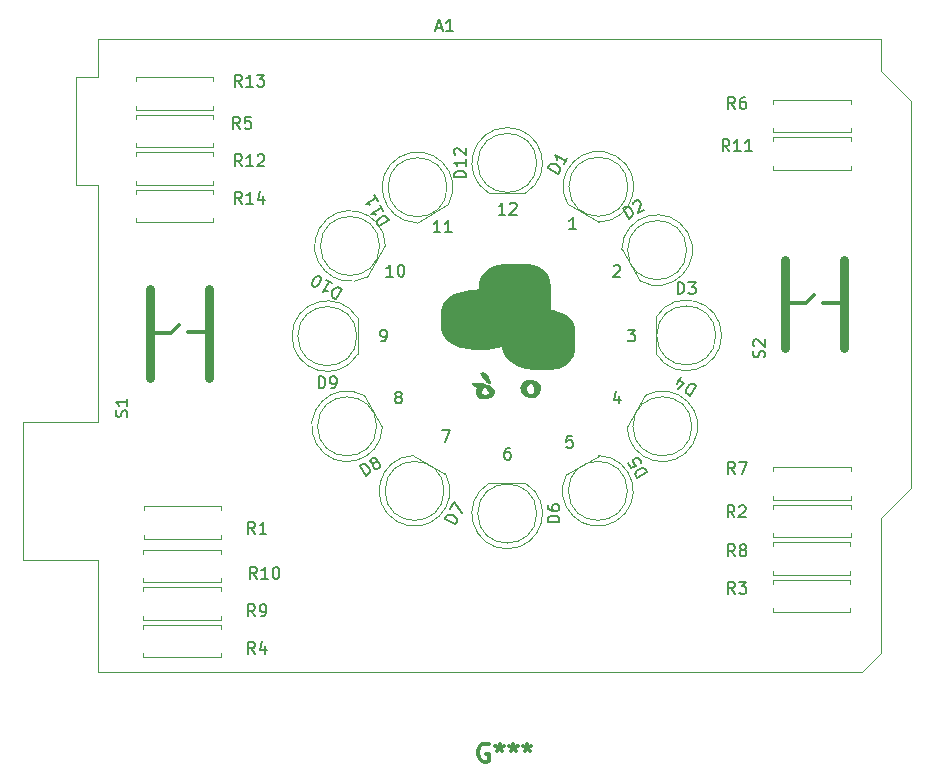
<source format=gbr>
%TF.GenerationSoftware,KiCad,Pcbnew,(6.0.7)*%
%TF.CreationDate,2022-08-22T17:27:46+09:00*%
%TF.ProjectId,LED_RL_SD,4c45445f-524c-45f5-9344-2e6b69636164,rev?*%
%TF.SameCoordinates,Original*%
%TF.FileFunction,Legend,Top*%
%TF.FilePolarity,Positive*%
%FSLAX46Y46*%
G04 Gerber Fmt 4.6, Leading zero omitted, Abs format (unit mm)*
G04 Created by KiCad (PCBNEW (6.0.7)) date 2022-08-22 17:27:46*
%MOMM*%
%LPD*%
G01*
G04 APERTURE LIST*
%ADD10C,0.150000*%
%ADD11C,0.300000*%
%ADD12C,0.750000*%
%ADD13C,0.120000*%
G04 APERTURE END LIST*
D10*
X152059523Y-53658868D02*
X151488095Y-53658868D01*
X151773809Y-53658868D02*
X151773809Y-52658868D01*
X151678571Y-52801726D01*
X151583333Y-52896964D01*
X151488095Y-52944583D01*
X153011904Y-53658868D02*
X152440476Y-53658868D01*
X152726190Y-53658868D02*
X152726190Y-52658868D01*
X152630952Y-52801726D01*
X152535714Y-52896964D01*
X152440476Y-52944583D01*
X148059523Y-57408868D02*
X147488095Y-57408868D01*
X147773809Y-57408868D02*
X147773809Y-56408868D01*
X147678571Y-56551726D01*
X147583333Y-56646964D01*
X147488095Y-56694583D01*
X148678571Y-56408868D02*
X148773809Y-56408868D01*
X148869047Y-56456488D01*
X148916666Y-56504107D01*
X148964285Y-56599345D01*
X149011904Y-56789821D01*
X149011904Y-57027916D01*
X148964285Y-57218392D01*
X148916666Y-57313630D01*
X148869047Y-57361249D01*
X148773809Y-57408868D01*
X148678571Y-57408868D01*
X148583333Y-57361249D01*
X148535714Y-57313630D01*
X148488095Y-57218392D01*
X148440476Y-57027916D01*
X148440476Y-56789821D01*
X148488095Y-56599345D01*
X148535714Y-56504107D01*
X148583333Y-56456488D01*
X148678571Y-56408868D01*
X147059523Y-62908868D02*
X147250000Y-62908868D01*
X147345238Y-62861249D01*
X147392857Y-62813630D01*
X147488095Y-62670773D01*
X147535714Y-62480297D01*
X147535714Y-62099345D01*
X147488095Y-62004107D01*
X147440476Y-61956488D01*
X147345238Y-61908868D01*
X147154761Y-61908868D01*
X147059523Y-61956488D01*
X147011904Y-62004107D01*
X146964285Y-62099345D01*
X146964285Y-62337440D01*
X147011904Y-62432678D01*
X147059523Y-62480297D01*
X147154761Y-62527916D01*
X147345238Y-62527916D01*
X147440476Y-62480297D01*
X147488095Y-62432678D01*
X147535714Y-62337440D01*
X148404761Y-67587440D02*
X148309523Y-67539821D01*
X148261904Y-67492202D01*
X148214285Y-67396964D01*
X148214285Y-67349345D01*
X148261904Y-67254107D01*
X148309523Y-67206488D01*
X148404761Y-67158868D01*
X148595238Y-67158868D01*
X148690476Y-67206488D01*
X148738095Y-67254107D01*
X148785714Y-67349345D01*
X148785714Y-67396964D01*
X148738095Y-67492202D01*
X148690476Y-67539821D01*
X148595238Y-67587440D01*
X148404761Y-67587440D01*
X148309523Y-67635059D01*
X148261904Y-67682678D01*
X148214285Y-67777916D01*
X148214285Y-67968392D01*
X148261904Y-68063630D01*
X148309523Y-68111249D01*
X148404761Y-68158868D01*
X148595238Y-68158868D01*
X148690476Y-68111249D01*
X148738095Y-68063630D01*
X148785714Y-67968392D01*
X148785714Y-67777916D01*
X148738095Y-67682678D01*
X148690476Y-67635059D01*
X148595238Y-67587440D01*
X152166666Y-70408868D02*
X152833333Y-70408868D01*
X152404761Y-71408868D01*
X157940476Y-71908868D02*
X157750000Y-71908868D01*
X157654761Y-71956488D01*
X157607142Y-72004107D01*
X157511904Y-72146964D01*
X157464285Y-72337440D01*
X157464285Y-72718392D01*
X157511904Y-72813630D01*
X157559523Y-72861249D01*
X157654761Y-72908868D01*
X157845238Y-72908868D01*
X157940476Y-72861249D01*
X157988095Y-72813630D01*
X158035714Y-72718392D01*
X158035714Y-72480297D01*
X157988095Y-72385059D01*
X157940476Y-72337440D01*
X157845238Y-72289821D01*
X157654761Y-72289821D01*
X157559523Y-72337440D01*
X157511904Y-72385059D01*
X157464285Y-72480297D01*
X163238095Y-70908868D02*
X162761904Y-70908868D01*
X162714285Y-71385059D01*
X162761904Y-71337440D01*
X162857142Y-71289821D01*
X163095238Y-71289821D01*
X163190476Y-71337440D01*
X163238095Y-71385059D01*
X163285714Y-71480297D01*
X163285714Y-71718392D01*
X163238095Y-71813630D01*
X163190476Y-71861249D01*
X163095238Y-71908868D01*
X162857142Y-71908868D01*
X162761904Y-71861249D01*
X162714285Y-71813630D01*
X167190476Y-67492202D02*
X167190476Y-68158868D01*
X166952380Y-67111249D02*
X166714285Y-67825535D01*
X167333333Y-67825535D01*
X167916666Y-61908868D02*
X168535714Y-61908868D01*
X168202380Y-62289821D01*
X168345238Y-62289821D01*
X168440476Y-62337440D01*
X168488095Y-62385059D01*
X168535714Y-62480297D01*
X168535714Y-62718392D01*
X168488095Y-62813630D01*
X168440476Y-62861249D01*
X168345238Y-62908868D01*
X168059523Y-62908868D01*
X167964285Y-62861249D01*
X167916666Y-62813630D01*
X166714285Y-56559107D02*
X166761904Y-56511488D01*
X166857142Y-56463868D01*
X167095238Y-56463868D01*
X167190476Y-56511488D01*
X167238095Y-56559107D01*
X167285714Y-56654345D01*
X167285714Y-56749583D01*
X167238095Y-56892440D01*
X166666666Y-57463868D01*
X167285714Y-57463868D01*
X163535714Y-53408868D02*
X162964285Y-53408868D01*
X163250000Y-53408868D02*
X163250000Y-52408868D01*
X163154761Y-52551726D01*
X163059523Y-52646964D01*
X162964285Y-52694583D01*
X157559523Y-52158868D02*
X156988095Y-52158868D01*
X157273809Y-52158868D02*
X157273809Y-51158868D01*
X157178571Y-51301726D01*
X157083333Y-51396964D01*
X156988095Y-51444583D01*
X157940476Y-51254107D02*
X157988095Y-51206488D01*
X158083333Y-51158868D01*
X158321428Y-51158868D01*
X158416666Y-51206488D01*
X158464285Y-51254107D01*
X158511904Y-51349345D01*
X158511904Y-51444583D01*
X158464285Y-51587440D01*
X157892857Y-52158868D01*
X158511904Y-52158868D01*
D11*
%TO.C,G\u002A\u002A\u002A*%
X156137428Y-97028000D02*
X155992285Y-96955428D01*
X155774571Y-96955428D01*
X155556857Y-97028000D01*
X155411714Y-97173142D01*
X155339142Y-97318285D01*
X155266571Y-97608571D01*
X155266571Y-97826285D01*
X155339142Y-98116571D01*
X155411714Y-98261714D01*
X155556857Y-98406857D01*
X155774571Y-98479428D01*
X155919714Y-98479428D01*
X156137428Y-98406857D01*
X156210000Y-98334285D01*
X156210000Y-97826285D01*
X155919714Y-97826285D01*
X157080857Y-96955428D02*
X157080857Y-97318285D01*
X156718000Y-97173142D02*
X157080857Y-97318285D01*
X157443714Y-97173142D01*
X156863142Y-97608571D02*
X157080857Y-97318285D01*
X157298571Y-97608571D01*
X158242000Y-96955428D02*
X158242000Y-97318285D01*
X157879142Y-97173142D02*
X158242000Y-97318285D01*
X158604857Y-97173142D01*
X158024285Y-97608571D02*
X158242000Y-97318285D01*
X158459714Y-97608571D01*
X159403142Y-96955428D02*
X159403142Y-97318285D01*
X159040285Y-97173142D02*
X159403142Y-97318285D01*
X159766000Y-97173142D01*
X159185428Y-97608571D02*
X159403142Y-97318285D01*
X159620857Y-97608571D01*
D10*
%TO.C,S2*%
X179474761Y-64261904D02*
X179522380Y-64119047D01*
X179522380Y-63880952D01*
X179474761Y-63785714D01*
X179427142Y-63738095D01*
X179331904Y-63690476D01*
X179236666Y-63690476D01*
X179141428Y-63738095D01*
X179093809Y-63785714D01*
X179046190Y-63880952D01*
X178998571Y-64071428D01*
X178950952Y-64166666D01*
X178903333Y-64214285D01*
X178808095Y-64261904D01*
X178712857Y-64261904D01*
X178617619Y-64214285D01*
X178570000Y-64166666D01*
X178522380Y-64071428D01*
X178522380Y-63833333D01*
X178570000Y-63690476D01*
X178617619Y-63309523D02*
X178570000Y-63261904D01*
X178522380Y-63166666D01*
X178522380Y-62928571D01*
X178570000Y-62833333D01*
X178617619Y-62785714D01*
X178712857Y-62738095D01*
X178808095Y-62738095D01*
X178950952Y-62785714D01*
X179522380Y-63357142D01*
X179522380Y-62738095D01*
%TO.C,S1*%
X125499761Y-69281904D02*
X125547380Y-69139047D01*
X125547380Y-68900952D01*
X125499761Y-68805714D01*
X125452142Y-68758095D01*
X125356904Y-68710476D01*
X125261666Y-68710476D01*
X125166428Y-68758095D01*
X125118809Y-68805714D01*
X125071190Y-68900952D01*
X125023571Y-69091428D01*
X124975952Y-69186666D01*
X124928333Y-69234285D01*
X124833095Y-69281904D01*
X124737857Y-69281904D01*
X124642619Y-69234285D01*
X124595000Y-69186666D01*
X124547380Y-69091428D01*
X124547380Y-68853333D01*
X124595000Y-68710476D01*
X125547380Y-67758095D02*
X125547380Y-68329523D01*
X125547380Y-68043809D02*
X124547380Y-68043809D01*
X124690238Y-68139047D01*
X124785476Y-68234285D01*
X124833095Y-68329523D01*
%TO.C,R14*%
X135247142Y-51252380D02*
X134913809Y-50776190D01*
X134675714Y-51252380D02*
X134675714Y-50252380D01*
X135056666Y-50252380D01*
X135151904Y-50300000D01*
X135199523Y-50347619D01*
X135247142Y-50442857D01*
X135247142Y-50585714D01*
X135199523Y-50680952D01*
X135151904Y-50728571D01*
X135056666Y-50776190D01*
X134675714Y-50776190D01*
X136199523Y-51252380D02*
X135628095Y-51252380D01*
X135913809Y-51252380D02*
X135913809Y-50252380D01*
X135818571Y-50395238D01*
X135723333Y-50490476D01*
X135628095Y-50538095D01*
X137056666Y-50585714D02*
X137056666Y-51252380D01*
X136818571Y-50204761D02*
X136580476Y-50919047D01*
X137199523Y-50919047D01*
%TO.C,R13*%
X135247142Y-41322380D02*
X134913809Y-40846190D01*
X134675714Y-41322380D02*
X134675714Y-40322380D01*
X135056666Y-40322380D01*
X135151904Y-40370000D01*
X135199523Y-40417619D01*
X135247142Y-40512857D01*
X135247142Y-40655714D01*
X135199523Y-40750952D01*
X135151904Y-40798571D01*
X135056666Y-40846190D01*
X134675714Y-40846190D01*
X136199523Y-41322380D02*
X135628095Y-41322380D01*
X135913809Y-41322380D02*
X135913809Y-40322380D01*
X135818571Y-40465238D01*
X135723333Y-40560476D01*
X135628095Y-40608095D01*
X136532857Y-40322380D02*
X137151904Y-40322380D01*
X136818571Y-40703333D01*
X136961428Y-40703333D01*
X137056666Y-40750952D01*
X137104285Y-40798571D01*
X137151904Y-40893809D01*
X137151904Y-41131904D01*
X137104285Y-41227142D01*
X137056666Y-41274761D01*
X136961428Y-41322380D01*
X136675714Y-41322380D01*
X136580476Y-41274761D01*
X136532857Y-41227142D01*
%TO.C,R12*%
X135247142Y-48077380D02*
X134913809Y-47601190D01*
X134675714Y-48077380D02*
X134675714Y-47077380D01*
X135056666Y-47077380D01*
X135151904Y-47125000D01*
X135199523Y-47172619D01*
X135247142Y-47267857D01*
X135247142Y-47410714D01*
X135199523Y-47505952D01*
X135151904Y-47553571D01*
X135056666Y-47601190D01*
X134675714Y-47601190D01*
X136199523Y-48077380D02*
X135628095Y-48077380D01*
X135913809Y-48077380D02*
X135913809Y-47077380D01*
X135818571Y-47220238D01*
X135723333Y-47315476D01*
X135628095Y-47363095D01*
X136580476Y-47172619D02*
X136628095Y-47125000D01*
X136723333Y-47077380D01*
X136961428Y-47077380D01*
X137056666Y-47125000D01*
X137104285Y-47172619D01*
X137151904Y-47267857D01*
X137151904Y-47363095D01*
X137104285Y-47505952D01*
X136532857Y-48077380D01*
X137151904Y-48077380D01*
%TO.C,R11*%
X176522142Y-46807380D02*
X176188809Y-46331190D01*
X175950714Y-46807380D02*
X175950714Y-45807380D01*
X176331666Y-45807380D01*
X176426904Y-45855000D01*
X176474523Y-45902619D01*
X176522142Y-45997857D01*
X176522142Y-46140714D01*
X176474523Y-46235952D01*
X176426904Y-46283571D01*
X176331666Y-46331190D01*
X175950714Y-46331190D01*
X177474523Y-46807380D02*
X176903095Y-46807380D01*
X177188809Y-46807380D02*
X177188809Y-45807380D01*
X177093571Y-45950238D01*
X176998333Y-46045476D01*
X176903095Y-46093095D01*
X178426904Y-46807380D02*
X177855476Y-46807380D01*
X178141190Y-46807380D02*
X178141190Y-45807380D01*
X178045952Y-45950238D01*
X177950714Y-46045476D01*
X177855476Y-46093095D01*
%TO.C,R10*%
X136517142Y-83002380D02*
X136183809Y-82526190D01*
X135945714Y-83002380D02*
X135945714Y-82002380D01*
X136326666Y-82002380D01*
X136421904Y-82050000D01*
X136469523Y-82097619D01*
X136517142Y-82192857D01*
X136517142Y-82335714D01*
X136469523Y-82430952D01*
X136421904Y-82478571D01*
X136326666Y-82526190D01*
X135945714Y-82526190D01*
X137469523Y-83002380D02*
X136898095Y-83002380D01*
X137183809Y-83002380D02*
X137183809Y-82002380D01*
X137088571Y-82145238D01*
X136993333Y-82240476D01*
X136898095Y-82288095D01*
X138088571Y-82002380D02*
X138183809Y-82002380D01*
X138279047Y-82050000D01*
X138326666Y-82097619D01*
X138374285Y-82192857D01*
X138421904Y-82383333D01*
X138421904Y-82621428D01*
X138374285Y-82811904D01*
X138326666Y-82907142D01*
X138279047Y-82954761D01*
X138183809Y-83002380D01*
X138088571Y-83002380D01*
X137993333Y-82954761D01*
X137945714Y-82907142D01*
X137898095Y-82811904D01*
X137850476Y-82621428D01*
X137850476Y-82383333D01*
X137898095Y-82192857D01*
X137945714Y-82097619D01*
X137993333Y-82050000D01*
X138088571Y-82002380D01*
%TO.C,R9*%
X136358333Y-86177380D02*
X136025000Y-85701190D01*
X135786904Y-86177380D02*
X135786904Y-85177380D01*
X136167857Y-85177380D01*
X136263095Y-85225000D01*
X136310714Y-85272619D01*
X136358333Y-85367857D01*
X136358333Y-85510714D01*
X136310714Y-85605952D01*
X136263095Y-85653571D01*
X136167857Y-85701190D01*
X135786904Y-85701190D01*
X136834523Y-86177380D02*
X137025000Y-86177380D01*
X137120238Y-86129761D01*
X137167857Y-86082142D01*
X137263095Y-85939285D01*
X137310714Y-85748809D01*
X137310714Y-85367857D01*
X137263095Y-85272619D01*
X137215476Y-85225000D01*
X137120238Y-85177380D01*
X136929761Y-85177380D01*
X136834523Y-85225000D01*
X136786904Y-85272619D01*
X136739285Y-85367857D01*
X136739285Y-85605952D01*
X136786904Y-85701190D01*
X136834523Y-85748809D01*
X136929761Y-85796428D01*
X137120238Y-85796428D01*
X137215476Y-85748809D01*
X137263095Y-85701190D01*
X137310714Y-85605952D01*
%TO.C,R8*%
X176998333Y-81097380D02*
X176665000Y-80621190D01*
X176426904Y-81097380D02*
X176426904Y-80097380D01*
X176807857Y-80097380D01*
X176903095Y-80145000D01*
X176950714Y-80192619D01*
X176998333Y-80287857D01*
X176998333Y-80430714D01*
X176950714Y-80525952D01*
X176903095Y-80573571D01*
X176807857Y-80621190D01*
X176426904Y-80621190D01*
X177569761Y-80525952D02*
X177474523Y-80478333D01*
X177426904Y-80430714D01*
X177379285Y-80335476D01*
X177379285Y-80287857D01*
X177426904Y-80192619D01*
X177474523Y-80145000D01*
X177569761Y-80097380D01*
X177760238Y-80097380D01*
X177855476Y-80145000D01*
X177903095Y-80192619D01*
X177950714Y-80287857D01*
X177950714Y-80335476D01*
X177903095Y-80430714D01*
X177855476Y-80478333D01*
X177760238Y-80525952D01*
X177569761Y-80525952D01*
X177474523Y-80573571D01*
X177426904Y-80621190D01*
X177379285Y-80716428D01*
X177379285Y-80906904D01*
X177426904Y-81002142D01*
X177474523Y-81049761D01*
X177569761Y-81097380D01*
X177760238Y-81097380D01*
X177855476Y-81049761D01*
X177903095Y-81002142D01*
X177950714Y-80906904D01*
X177950714Y-80716428D01*
X177903095Y-80621190D01*
X177855476Y-80573571D01*
X177760238Y-80525952D01*
%TO.C,R7*%
X176998333Y-74112380D02*
X176665000Y-73636190D01*
X176426904Y-74112380D02*
X176426904Y-73112380D01*
X176807857Y-73112380D01*
X176903095Y-73160000D01*
X176950714Y-73207619D01*
X176998333Y-73302857D01*
X176998333Y-73445714D01*
X176950714Y-73540952D01*
X176903095Y-73588571D01*
X176807857Y-73636190D01*
X176426904Y-73636190D01*
X177331666Y-73112380D02*
X177998333Y-73112380D01*
X177569761Y-74112380D01*
%TO.C,R6*%
X176998333Y-43227380D02*
X176665000Y-42751190D01*
X176426904Y-43227380D02*
X176426904Y-42227380D01*
X176807857Y-42227380D01*
X176903095Y-42275000D01*
X176950714Y-42322619D01*
X176998333Y-42417857D01*
X176998333Y-42560714D01*
X176950714Y-42655952D01*
X176903095Y-42703571D01*
X176807857Y-42751190D01*
X176426904Y-42751190D01*
X177855476Y-42227380D02*
X177665000Y-42227380D01*
X177569761Y-42275000D01*
X177522142Y-42322619D01*
X177426904Y-42465476D01*
X177379285Y-42655952D01*
X177379285Y-43036904D01*
X177426904Y-43132142D01*
X177474523Y-43179761D01*
X177569761Y-43227380D01*
X177760238Y-43227380D01*
X177855476Y-43179761D01*
X177903095Y-43132142D01*
X177950714Y-43036904D01*
X177950714Y-42798809D01*
X177903095Y-42703571D01*
X177855476Y-42655952D01*
X177760238Y-42608333D01*
X177569761Y-42608333D01*
X177474523Y-42655952D01*
X177426904Y-42703571D01*
X177379285Y-42798809D01*
%TO.C,R5*%
X135088333Y-44902380D02*
X134755000Y-44426190D01*
X134516904Y-44902380D02*
X134516904Y-43902380D01*
X134897857Y-43902380D01*
X134993095Y-43950000D01*
X135040714Y-43997619D01*
X135088333Y-44092857D01*
X135088333Y-44235714D01*
X135040714Y-44330952D01*
X134993095Y-44378571D01*
X134897857Y-44426190D01*
X134516904Y-44426190D01*
X135993095Y-43902380D02*
X135516904Y-43902380D01*
X135469285Y-44378571D01*
X135516904Y-44330952D01*
X135612142Y-44283333D01*
X135850238Y-44283333D01*
X135945476Y-44330952D01*
X135993095Y-44378571D01*
X136040714Y-44473809D01*
X136040714Y-44711904D01*
X135993095Y-44807142D01*
X135945476Y-44854761D01*
X135850238Y-44902380D01*
X135612142Y-44902380D01*
X135516904Y-44854761D01*
X135469285Y-44807142D01*
%TO.C,R4*%
X136358333Y-89352380D02*
X136025000Y-88876190D01*
X135786904Y-89352380D02*
X135786904Y-88352380D01*
X136167857Y-88352380D01*
X136263095Y-88400000D01*
X136310714Y-88447619D01*
X136358333Y-88542857D01*
X136358333Y-88685714D01*
X136310714Y-88780952D01*
X136263095Y-88828571D01*
X136167857Y-88876190D01*
X135786904Y-88876190D01*
X137215476Y-88685714D02*
X137215476Y-89352380D01*
X136977380Y-88304761D02*
X136739285Y-89019047D01*
X137358333Y-89019047D01*
%TO.C,R3*%
X176998333Y-84262380D02*
X176665000Y-83786190D01*
X176426904Y-84262380D02*
X176426904Y-83262380D01*
X176807857Y-83262380D01*
X176903095Y-83310000D01*
X176950714Y-83357619D01*
X176998333Y-83452857D01*
X176998333Y-83595714D01*
X176950714Y-83690952D01*
X176903095Y-83738571D01*
X176807857Y-83786190D01*
X176426904Y-83786190D01*
X177331666Y-83262380D02*
X177950714Y-83262380D01*
X177617380Y-83643333D01*
X177760238Y-83643333D01*
X177855476Y-83690952D01*
X177903095Y-83738571D01*
X177950714Y-83833809D01*
X177950714Y-84071904D01*
X177903095Y-84167142D01*
X177855476Y-84214761D01*
X177760238Y-84262380D01*
X177474523Y-84262380D01*
X177379285Y-84214761D01*
X177331666Y-84167142D01*
%TO.C,R2*%
X176953333Y-77792380D02*
X176620000Y-77316190D01*
X176381904Y-77792380D02*
X176381904Y-76792380D01*
X176762857Y-76792380D01*
X176858095Y-76840000D01*
X176905714Y-76887619D01*
X176953333Y-76982857D01*
X176953333Y-77125714D01*
X176905714Y-77220952D01*
X176858095Y-77268571D01*
X176762857Y-77316190D01*
X176381904Y-77316190D01*
X177334285Y-76887619D02*
X177381904Y-76840000D01*
X177477142Y-76792380D01*
X177715238Y-76792380D01*
X177810476Y-76840000D01*
X177858095Y-76887619D01*
X177905714Y-76982857D01*
X177905714Y-77078095D01*
X177858095Y-77220952D01*
X177286666Y-77792380D01*
X177905714Y-77792380D01*
%TO.C,R1*%
X136358333Y-79192380D02*
X136025000Y-78716190D01*
X135786904Y-79192380D02*
X135786904Y-78192380D01*
X136167857Y-78192380D01*
X136263095Y-78240000D01*
X136310714Y-78287619D01*
X136358333Y-78382857D01*
X136358333Y-78525714D01*
X136310714Y-78620952D01*
X136263095Y-78668571D01*
X136167857Y-78716190D01*
X135786904Y-78716190D01*
X137310714Y-79192380D02*
X136739285Y-79192380D01*
X137025000Y-79192380D02*
X137025000Y-78192380D01*
X136929761Y-78335238D01*
X136834523Y-78430476D01*
X136739285Y-78478095D01*
%TO.C,D12*%
X154202380Y-49005773D02*
X153202380Y-49005773D01*
X153202380Y-48767678D01*
X153250000Y-48624821D01*
X153345238Y-48529583D01*
X153440476Y-48481964D01*
X153630952Y-48434345D01*
X153773809Y-48434345D01*
X153964285Y-48481964D01*
X154059523Y-48529583D01*
X154154761Y-48624821D01*
X154202380Y-48767678D01*
X154202380Y-49005773D01*
X154202380Y-47481964D02*
X154202380Y-48053392D01*
X154202380Y-47767678D02*
X153202380Y-47767678D01*
X153345238Y-47862916D01*
X153440476Y-47958154D01*
X153488095Y-48053392D01*
X153297619Y-47101011D02*
X153250000Y-47053392D01*
X153202380Y-46958154D01*
X153202380Y-46720059D01*
X153250000Y-46624821D01*
X153297619Y-46577202D01*
X153392857Y-46529583D01*
X153488095Y-46529583D01*
X153630952Y-46577202D01*
X154202380Y-47148630D01*
X154202380Y-46529583D01*
%TO.C,D11*%
X147684455Y-52662047D02*
X146818429Y-53162047D01*
X146699382Y-52955851D01*
X146669192Y-52808323D01*
X146704052Y-52678226D01*
X146762721Y-52589367D01*
X146903869Y-52452890D01*
X147027587Y-52381461D01*
X147216353Y-52327463D01*
X147322642Y-52321083D01*
X147452739Y-52355942D01*
X147565407Y-52455851D01*
X147684455Y-52662047D01*
X146922550Y-51342390D02*
X147208264Y-51837261D01*
X147065407Y-51589825D02*
X146199382Y-52089825D01*
X146370719Y-52100875D01*
X146500816Y-52135735D01*
X146589675Y-52194404D01*
X146446360Y-50517603D02*
X146732074Y-51012475D01*
X146589217Y-50765039D02*
X145723191Y-51265039D01*
X145894528Y-51276089D01*
X146024626Y-51310949D01*
X146113484Y-51369618D01*
%TO.C,D10*%
X143697940Y-58466318D02*
X143197940Y-59332343D01*
X142991744Y-59213296D01*
X142891835Y-59100628D01*
X142856976Y-58970530D01*
X142863356Y-58864242D01*
X142917354Y-58675475D01*
X142988783Y-58551757D01*
X143125260Y-58410610D01*
X143214119Y-58351941D01*
X143344216Y-58317081D01*
X143491744Y-58347270D01*
X143697940Y-58466318D01*
X142378282Y-57704413D02*
X142873154Y-57990127D01*
X142625718Y-57847270D02*
X142125718Y-58713296D01*
X142279626Y-58637197D01*
X142409723Y-58602337D01*
X142516011Y-58608717D01*
X141342172Y-58260915D02*
X141259693Y-58213296D01*
X141201024Y-58124437D01*
X141183594Y-58059389D01*
X141189974Y-57953100D01*
X141243973Y-57764334D01*
X141363020Y-57558137D01*
X141499498Y-57416989D01*
X141588356Y-57358320D01*
X141653405Y-57340891D01*
X141759693Y-57347270D01*
X141842172Y-57394889D01*
X141900841Y-57483748D01*
X141918270Y-57548797D01*
X141911891Y-57655085D01*
X141857892Y-57843851D01*
X141738844Y-58050048D01*
X141602367Y-58191196D01*
X141513508Y-58249865D01*
X141448460Y-58267295D01*
X141342172Y-58260915D01*
%TO.C,D9*%
X141741904Y-66868868D02*
X141741904Y-65868868D01*
X141980000Y-65868868D01*
X142122857Y-65916488D01*
X142218095Y-66011726D01*
X142265714Y-66106964D01*
X142313333Y-66297440D01*
X142313333Y-66440297D01*
X142265714Y-66630773D01*
X142218095Y-66726011D01*
X142122857Y-66821249D01*
X141980000Y-66868868D01*
X141741904Y-66868868D01*
X142789523Y-66868868D02*
X142980000Y-66868868D01*
X143075238Y-66821249D01*
X143122857Y-66773630D01*
X143218095Y-66630773D01*
X143265714Y-66440297D01*
X143265714Y-66059345D01*
X143218095Y-65964107D01*
X143170476Y-65916488D01*
X143075238Y-65868868D01*
X142884761Y-65868868D01*
X142789523Y-65916488D01*
X142741904Y-65964107D01*
X142694285Y-66059345D01*
X142694285Y-66297440D01*
X142741904Y-66392678D01*
X142789523Y-66440297D01*
X142884761Y-66487916D01*
X143075238Y-66487916D01*
X143170476Y-66440297D01*
X143218095Y-66392678D01*
X143265714Y-66297440D01*
%TO.C,D8*%
X145717129Y-74281770D02*
X145217129Y-73415744D01*
X145423325Y-73296696D01*
X145570853Y-73266507D01*
X145700950Y-73301367D01*
X145789809Y-73360036D01*
X145926286Y-73501184D01*
X145997715Y-73624901D01*
X146051713Y-73813668D01*
X146058093Y-73919956D01*
X146023234Y-74050054D01*
X145923325Y-74162722D01*
X145717129Y-74281770D01*
X146421158Y-73215469D02*
X146314870Y-73221849D01*
X146249821Y-73204419D01*
X146160962Y-73145750D01*
X146137153Y-73104511D01*
X146130773Y-72998223D01*
X146148203Y-72933174D01*
X146206872Y-72844316D01*
X146371829Y-72749077D01*
X146478117Y-72742698D01*
X146543166Y-72760127D01*
X146632025Y-72818797D01*
X146655834Y-72860036D01*
X146662214Y-72966324D01*
X146644784Y-73031373D01*
X146586115Y-73120231D01*
X146421158Y-73215469D01*
X146362489Y-73304328D01*
X146345059Y-73369376D01*
X146351439Y-73475665D01*
X146446677Y-73640622D01*
X146535535Y-73699291D01*
X146600584Y-73716721D01*
X146706872Y-73710341D01*
X146871829Y-73615103D01*
X146930498Y-73526244D01*
X146947928Y-73461196D01*
X146941548Y-73354908D01*
X146846310Y-73189950D01*
X146757452Y-73131281D01*
X146692403Y-73113851D01*
X146586115Y-73120231D01*
%TO.C,D7*%
X153317186Y-78401739D02*
X152451161Y-77901739D01*
X152570208Y-77695543D01*
X152682876Y-77595634D01*
X152812974Y-77560775D01*
X152919262Y-77567154D01*
X153108029Y-77621153D01*
X153231747Y-77692582D01*
X153372895Y-77829059D01*
X153431564Y-77917918D01*
X153466423Y-78048015D01*
X153436234Y-78195543D01*
X153317186Y-78401739D01*
X152903542Y-77118192D02*
X153236875Y-76540842D01*
X153888615Y-77411996D01*
%TO.C,D6*%
X162122380Y-78214583D02*
X161122380Y-78214583D01*
X161122380Y-77976488D01*
X161170000Y-77833630D01*
X161265238Y-77738392D01*
X161360476Y-77690773D01*
X161550952Y-77643154D01*
X161693809Y-77643154D01*
X161884285Y-77690773D01*
X161979523Y-77738392D01*
X162074761Y-77833630D01*
X162122380Y-77976488D01*
X162122380Y-78214583D01*
X161122380Y-76786011D02*
X161122380Y-76976488D01*
X161170000Y-77071726D01*
X161217619Y-77119345D01*
X161360476Y-77214583D01*
X161550952Y-77262202D01*
X161931904Y-77262202D01*
X162027142Y-77214583D01*
X162074761Y-77166964D01*
X162122380Y-77071726D01*
X162122380Y-76881249D01*
X162074761Y-76786011D01*
X162027142Y-76738392D01*
X161931904Y-76690773D01*
X161693809Y-76690773D01*
X161598571Y-76738392D01*
X161550952Y-76786011D01*
X161503333Y-76881249D01*
X161503333Y-77071726D01*
X161550952Y-77166964D01*
X161598571Y-77214583D01*
X161693809Y-77262202D01*
%TO.C,D5*%
X169575282Y-73989358D02*
X168709256Y-74489358D01*
X168590208Y-74283162D01*
X168560019Y-74135634D01*
X168594879Y-74005537D01*
X168653548Y-73916678D01*
X168794696Y-73780201D01*
X168918413Y-73708772D01*
X169107180Y-73654774D01*
X169213468Y-73648394D01*
X169343566Y-73683253D01*
X169456234Y-73783162D01*
X169575282Y-73989358D01*
X167971161Y-73210940D02*
X168209256Y-73623333D01*
X168645459Y-73426477D01*
X168580410Y-73409047D01*
X168491552Y-73350378D01*
X168372504Y-73144182D01*
X168366124Y-73037893D01*
X168383554Y-72972845D01*
X168442223Y-72883986D01*
X168648420Y-72764939D01*
X168754708Y-72758559D01*
X168819756Y-72775989D01*
X168908615Y-72834658D01*
X169027662Y-73040854D01*
X169034042Y-73147142D01*
X169016612Y-73212191D01*
%TO.C,D4*%
X173695251Y-66639301D02*
X173195251Y-67505326D01*
X172989055Y-67386279D01*
X172889146Y-67273611D01*
X172854287Y-67143513D01*
X172860666Y-67037225D01*
X172914665Y-66848458D01*
X172986094Y-66724740D01*
X173122571Y-66583592D01*
X173211430Y-66524923D01*
X173341527Y-66490064D01*
X173489055Y-66520253D01*
X173695251Y-66639301D01*
X172124739Y-66502365D02*
X172458072Y-65925015D01*
X172140459Y-66951327D02*
X172703798Y-66451785D01*
X172167687Y-66142262D01*
%TO.C,D3*%
X172131904Y-58888868D02*
X172131904Y-57888868D01*
X172370000Y-57888868D01*
X172512857Y-57936488D01*
X172608095Y-58031726D01*
X172655714Y-58126964D01*
X172703333Y-58317440D01*
X172703333Y-58460297D01*
X172655714Y-58650773D01*
X172608095Y-58746011D01*
X172512857Y-58841249D01*
X172370000Y-58888868D01*
X172131904Y-58888868D01*
X173036666Y-57888868D02*
X173655714Y-57888868D01*
X173322380Y-58269821D01*
X173465238Y-58269821D01*
X173560476Y-58317440D01*
X173608095Y-58365059D01*
X173655714Y-58460297D01*
X173655714Y-58698392D01*
X173608095Y-58793630D01*
X173560476Y-58841249D01*
X173465238Y-58888868D01*
X173179523Y-58888868D01*
X173084285Y-58841249D01*
X173036666Y-58793630D01*
%TO.C,D2*%
X168006833Y-52502848D02*
X167506833Y-51636822D01*
X167713029Y-51517774D01*
X167860557Y-51487585D01*
X167990654Y-51522445D01*
X168079513Y-51581114D01*
X168215990Y-51722262D01*
X168287419Y-51845979D01*
X168341417Y-52034746D01*
X168347797Y-52141034D01*
X168312938Y-52271132D01*
X168213029Y-52383800D01*
X168006833Y-52502848D01*
X168379238Y-51243110D02*
X168396668Y-51178061D01*
X168455337Y-51089203D01*
X168661533Y-50970155D01*
X168767821Y-50963776D01*
X168832870Y-50981205D01*
X168921729Y-51039875D01*
X168969348Y-51122353D01*
X168999537Y-51269881D01*
X168790380Y-52050467D01*
X169326491Y-51740943D01*
%TO.C,D1*%
X162028264Y-48692035D02*
X161162239Y-48192035D01*
X161281286Y-47985839D01*
X161393954Y-47885930D01*
X161524052Y-47851071D01*
X161630340Y-47857450D01*
X161819107Y-47911449D01*
X161942825Y-47982878D01*
X162083973Y-48119355D01*
X162142642Y-48208214D01*
X162177501Y-48338311D01*
X162147312Y-48485839D01*
X162028264Y-48692035D01*
X162790169Y-47372377D02*
X162504455Y-47867249D01*
X162647312Y-47619813D02*
X161781286Y-47119813D01*
X161857385Y-47273720D01*
X161892245Y-47403818D01*
X161885865Y-47510106D01*
%TO.C,A1*%
X151685714Y-36361666D02*
X152161904Y-36361666D01*
X151590476Y-36647380D02*
X151923809Y-35647380D01*
X152257142Y-36647380D01*
X153114285Y-36647380D02*
X152542857Y-36647380D01*
X152828571Y-36647380D02*
X152828571Y-35647380D01*
X152733333Y-35790238D01*
X152638095Y-35885476D01*
X152542857Y-35933095D01*
%TO.C,G\u002A\u002A\u002A*%
G36*
X158933789Y-66520611D02*
G01*
X159150685Y-66288299D01*
X159438931Y-66158279D01*
X159814376Y-66129817D01*
X160136393Y-66224200D01*
X160385702Y-66413119D01*
X160543021Y-66668264D01*
X160589069Y-66961324D01*
X160504563Y-67263989D01*
X160341179Y-67483000D01*
X160033729Y-67684020D01*
X159677677Y-67723965D01*
X159278364Y-67602269D01*
X159266422Y-67596436D01*
X158993798Y-67384135D01*
X158850629Y-67107850D01*
X158844853Y-67013538D01*
X159403333Y-67013538D01*
X159465114Y-67214249D01*
X159613726Y-67317167D01*
X159794076Y-67316863D01*
X159951066Y-67207905D01*
X160015121Y-67073844D01*
X160019114Y-66825444D01*
X159915240Y-66632411D01*
X159732922Y-66545964D01*
X159711453Y-66545154D01*
X159522503Y-66603026D01*
X159423986Y-66786931D01*
X159403333Y-67013538D01*
X158844853Y-67013538D01*
X158832198Y-66806902D01*
X158933789Y-66520611D01*
G37*
G36*
X155847143Y-65557186D02*
G01*
X155986099Y-65666560D01*
X156139377Y-65895198D01*
X156140097Y-65896426D01*
X156266049Y-66138138D01*
X156343539Y-66338462D01*
X156355333Y-66404426D01*
X156298835Y-66524157D01*
X156157896Y-66527904D01*
X156006825Y-66439321D01*
X155901339Y-66321488D01*
X155756001Y-66125691D01*
X155605238Y-65903086D01*
X155483478Y-65704828D01*
X155425150Y-65582075D01*
X155424000Y-65573303D01*
X155497629Y-65542111D01*
X155674430Y-65529154D01*
X155847143Y-65557186D01*
G37*
G36*
X155066361Y-67018649D02*
G01*
X155114968Y-66864697D01*
X155045878Y-66790999D01*
X154952951Y-66763036D01*
X154781207Y-66657249D01*
X154746666Y-66533678D01*
X154757524Y-66440887D01*
X154814799Y-66393658D01*
X154955540Y-66384339D01*
X155216799Y-66405284D01*
X155318166Y-66415694D01*
X155619321Y-66456687D01*
X155854303Y-66506294D01*
X155970100Y-66552557D01*
X156120975Y-66622235D01*
X156188174Y-66629821D01*
X156370394Y-66701701D01*
X156546930Y-66877756D01*
X156668234Y-67098609D01*
X156694000Y-67235989D01*
X156632595Y-67456663D01*
X156525524Y-67602711D01*
X156316133Y-67709701D01*
X156012151Y-67775043D01*
X155684929Y-67790814D01*
X155405820Y-67749086D01*
X155359811Y-67732197D01*
X155141947Y-67560047D01*
X155032376Y-67309323D01*
X155032492Y-67308039D01*
X155561465Y-67308039D01*
X155643521Y-67374205D01*
X155645711Y-67375434D01*
X155844299Y-67419947D01*
X156048032Y-67378138D01*
X156150488Y-67296117D01*
X156135857Y-67184577D01*
X156036794Y-67017308D01*
X156029462Y-67007857D01*
X155861920Y-66794862D01*
X155683312Y-67045693D01*
X155572696Y-67216360D01*
X155561465Y-67308039D01*
X155032492Y-67308039D01*
X155056542Y-67041894D01*
X155066361Y-67018649D01*
G37*
G36*
X159006366Y-56343776D02*
G01*
X159363646Y-56350376D01*
X159624816Y-56368218D01*
X159826487Y-56402902D01*
X160005271Y-56460029D01*
X160197779Y-56545196D01*
X160361289Y-56624979D01*
X160685728Y-56799929D01*
X160942522Y-56983625D01*
X161138151Y-57196874D01*
X161279097Y-57460482D01*
X161371839Y-57795258D01*
X161422860Y-58222006D01*
X161438639Y-58761535D01*
X161425657Y-59434651D01*
X161404007Y-59972686D01*
X161411745Y-60117095D01*
X161477935Y-60207608D01*
X161642293Y-60277036D01*
X161837442Y-60330770D01*
X162311239Y-60484126D01*
X162718341Y-60674984D01*
X163013117Y-60881013D01*
X163061937Y-60930077D01*
X163270759Y-61256100D01*
X163418066Y-61674202D01*
X163478332Y-62110996D01*
X163478571Y-62127876D01*
X163483282Y-62698367D01*
X163484250Y-63126931D01*
X163478940Y-63440971D01*
X163464816Y-63667889D01*
X163439341Y-63835088D01*
X163399981Y-63969969D01*
X163344198Y-64099936D01*
X163284850Y-64221198D01*
X162988107Y-64640376D01*
X162567518Y-64980259D01*
X162060402Y-65213513D01*
X161855877Y-65267843D01*
X161469950Y-65321626D01*
X160981829Y-65348191D01*
X160448903Y-65348476D01*
X159928560Y-65323419D01*
X159478192Y-65273959D01*
X159234000Y-65224975D01*
X158548563Y-64984659D01*
X158012301Y-64666708D01*
X157622992Y-64269337D01*
X157378416Y-63790762D01*
X157354950Y-63714924D01*
X157291126Y-63497865D01*
X157248901Y-63364631D01*
X157242272Y-63348083D01*
X157163009Y-63362342D01*
X156977219Y-63423481D01*
X156855373Y-63468549D01*
X156507829Y-63555684D01*
X156041139Y-63609241D01*
X155502029Y-63629682D01*
X154937231Y-63617472D01*
X154393472Y-63573077D01*
X153917481Y-63496960D01*
X153686375Y-63437052D01*
X153190336Y-63231552D01*
X152757544Y-62957777D01*
X152424747Y-62643283D01*
X152244170Y-62355654D01*
X152127818Y-61950082D01*
X152068285Y-61461069D01*
X152062853Y-60934288D01*
X152108806Y-60415413D01*
X152203426Y-59950114D01*
X152343997Y-59584065D01*
X152415739Y-59471363D01*
X152759721Y-59148813D01*
X153245393Y-58885389D01*
X153853059Y-58688939D01*
X154563025Y-58567310D01*
X154722646Y-58552061D01*
X155040748Y-58516688D01*
X155225466Y-58457654D01*
X155312684Y-58346623D01*
X155338287Y-58155262D01*
X155339333Y-58065120D01*
X155411713Y-57615945D01*
X155635070Y-57219419D01*
X155946470Y-56913864D01*
X156244453Y-56706965D01*
X156570095Y-56553631D01*
X156953144Y-56447249D01*
X157423348Y-56381211D01*
X158010458Y-56348905D01*
X158516363Y-56342821D01*
X159006366Y-56343776D01*
G37*
D11*
%TO.C,S2*%
X183002600Y-59675400D02*
X183663000Y-59015000D01*
X181300800Y-59675400D02*
X183002600Y-59675400D01*
D12*
X186250000Y-63500000D02*
X186250000Y-56000000D01*
D11*
X186152200Y-59650000D02*
X184475800Y-59650000D01*
D12*
X181250000Y-63500000D02*
X181250000Y-56000000D01*
D11*
%TO.C,S1*%
X129252600Y-62155400D02*
X129913000Y-61495000D01*
X127550800Y-62155400D02*
X129252600Y-62155400D01*
D12*
X132500000Y-65980000D02*
X132500000Y-58480000D01*
D11*
X132402200Y-62130000D02*
X130725800Y-62130000D01*
D12*
X127500000Y-65980000D02*
X127500000Y-58480000D01*
D13*
%TO.C,R14*%
X132810000Y-52805000D02*
X132810000Y-52475000D01*
X126270000Y-50065000D02*
X132810000Y-50065000D01*
X126270000Y-52805000D02*
X132810000Y-52805000D01*
X126270000Y-52475000D02*
X126270000Y-52805000D01*
X126270000Y-50395000D02*
X126270000Y-50065000D01*
X132810000Y-50065000D02*
X132810000Y-50395000D01*
%TO.C,R13*%
X132810000Y-43280000D02*
X132810000Y-42950000D01*
X126270000Y-40540000D02*
X132810000Y-40540000D01*
X126270000Y-43280000D02*
X132810000Y-43280000D01*
X126270000Y-42950000D02*
X126270000Y-43280000D01*
X126270000Y-40870000D02*
X126270000Y-40540000D01*
X132810000Y-40540000D02*
X132810000Y-40870000D01*
%TO.C,R12*%
X132810000Y-49630000D02*
X132810000Y-49300000D01*
X126270000Y-46890000D02*
X132810000Y-46890000D01*
X126270000Y-49630000D02*
X132810000Y-49630000D01*
X126270000Y-49300000D02*
X126270000Y-49630000D01*
X126270000Y-47220000D02*
X126270000Y-46890000D01*
X132810000Y-46890000D02*
X132810000Y-47220000D01*
%TO.C,R11*%
X186785000Y-48360000D02*
X186785000Y-48030000D01*
X180245000Y-45620000D02*
X186785000Y-45620000D01*
X180245000Y-48360000D02*
X186785000Y-48360000D01*
X180245000Y-48030000D02*
X180245000Y-48360000D01*
X180245000Y-45950000D02*
X180245000Y-45620000D01*
X186785000Y-45620000D02*
X186785000Y-45950000D01*
%TO.C,R10*%
X133445000Y-83285000D02*
X133445000Y-82955000D01*
X126905000Y-80545000D02*
X133445000Y-80545000D01*
X126905000Y-83285000D02*
X133445000Y-83285000D01*
X126905000Y-82955000D02*
X126905000Y-83285000D01*
X126905000Y-80875000D02*
X126905000Y-80545000D01*
X133445000Y-80545000D02*
X133445000Y-80875000D01*
%TO.C,R9*%
X133445000Y-86460000D02*
X133445000Y-86130000D01*
X126905000Y-83720000D02*
X133445000Y-83720000D01*
X126905000Y-86460000D02*
X133445000Y-86460000D01*
X126905000Y-86130000D02*
X126905000Y-86460000D01*
X126905000Y-84050000D02*
X126905000Y-83720000D01*
X133445000Y-83720000D02*
X133445000Y-84050000D01*
%TO.C,R8*%
X186770000Y-82650000D02*
X186770000Y-82320000D01*
X180230000Y-79910000D02*
X186770000Y-79910000D01*
X180230000Y-82650000D02*
X186770000Y-82650000D01*
X180230000Y-82320000D02*
X180230000Y-82650000D01*
X180230000Y-80240000D02*
X180230000Y-79910000D01*
X186770000Y-79910000D02*
X186770000Y-80240000D01*
%TO.C,R7*%
X186785000Y-76300000D02*
X186785000Y-75970000D01*
X180245000Y-73560000D02*
X186785000Y-73560000D01*
X180245000Y-76300000D02*
X186785000Y-76300000D01*
X180245000Y-75970000D02*
X180245000Y-76300000D01*
X180245000Y-73890000D02*
X180245000Y-73560000D01*
X186785000Y-73560000D02*
X186785000Y-73890000D01*
%TO.C,R6*%
X186785000Y-42445000D02*
X186785000Y-42775000D01*
X180245000Y-42775000D02*
X180245000Y-42445000D01*
X180245000Y-44855000D02*
X180245000Y-45185000D01*
X180245000Y-45185000D02*
X186785000Y-45185000D01*
X180245000Y-42445000D02*
X186785000Y-42445000D01*
X186785000Y-45185000D02*
X186785000Y-44855000D01*
%TO.C,R5*%
X132810000Y-46455000D02*
X132810000Y-46125000D01*
X126270000Y-43715000D02*
X132810000Y-43715000D01*
X126270000Y-46455000D02*
X132810000Y-46455000D01*
X126270000Y-46125000D02*
X126270000Y-46455000D01*
X126270000Y-44045000D02*
X126270000Y-43715000D01*
X132810000Y-43715000D02*
X132810000Y-44045000D01*
%TO.C,R4*%
X133445000Y-89635000D02*
X133445000Y-89305000D01*
X126905000Y-86895000D02*
X133445000Y-86895000D01*
X126905000Y-89635000D02*
X133445000Y-89635000D01*
X126905000Y-89305000D02*
X126905000Y-89635000D01*
X126905000Y-87225000D02*
X126905000Y-86895000D01*
X133445000Y-86895000D02*
X133445000Y-87225000D01*
%TO.C,R3*%
X186770000Y-85825000D02*
X186770000Y-85495000D01*
X180230000Y-83085000D02*
X186770000Y-83085000D01*
X180230000Y-85825000D02*
X186770000Y-85825000D01*
X180230000Y-85495000D02*
X180230000Y-85825000D01*
X180230000Y-83415000D02*
X180230000Y-83085000D01*
X186770000Y-83085000D02*
X186770000Y-83415000D01*
%TO.C,R2*%
X186785000Y-76735000D02*
X186785000Y-77065000D01*
X180245000Y-77065000D02*
X180245000Y-76735000D01*
X180245000Y-79145000D02*
X180245000Y-79475000D01*
X180245000Y-79475000D02*
X186785000Y-79475000D01*
X180245000Y-76735000D02*
X186785000Y-76735000D01*
X186785000Y-79475000D02*
X186785000Y-79145000D01*
%TO.C,R1*%
X133520000Y-79605000D02*
X133520000Y-79275000D01*
X126980000Y-76865000D02*
X133520000Y-76865000D01*
X126980000Y-79605000D02*
X133520000Y-79605000D01*
X126980000Y-79275000D02*
X126980000Y-79605000D01*
X126980000Y-77195000D02*
X126980000Y-76865000D01*
X133520000Y-76865000D02*
X133520000Y-77195000D01*
%TO.C,D12*%
X156165000Y-50351488D02*
X159255000Y-50351488D01*
X159254830Y-50351488D02*
G75*
G03*
X157709538Y-44801488I-1544830J2560000D01*
G01*
X157710462Y-44801488D02*
G75*
G03*
X156165170Y-50351488I-462J-2990000D01*
G01*
X160210000Y-47791488D02*
G75*
G03*
X160210000Y-47791488I-2500000J0D01*
G01*
%TO.C,D11*%
X150056991Y-52846161D02*
X152733009Y-51301161D01*
X152732862Y-51301246D02*
G75*
G03*
X148619600Y-47267451I-2617862J1444610D01*
G01*
X148620400Y-47266989D02*
G75*
G03*
X150057138Y-52846076I1494600J-2589647D01*
G01*
X152615000Y-49856636D02*
G75*
G03*
X152615000Y-49856636I-2500000J0D01*
G01*
%TO.C,D10*%
X145844673Y-57439497D02*
X147389673Y-54763479D01*
X147389588Y-54763626D02*
G75*
G03*
X141810501Y-53326888I-2989440J-57862D01*
G01*
X141810963Y-53326088D02*
G75*
G03*
X145844758Y-57439350I2589185J-1495400D01*
G01*
X146900148Y-54821488D02*
G75*
G03*
X146900148Y-54821488I-2500000J0D01*
G01*
%TO.C,D9*%
X145040000Y-64001488D02*
X145040000Y-60911488D01*
X145040000Y-60911658D02*
G75*
G03*
X139490000Y-62456950I-2560000J-1544830D01*
G01*
X139490000Y-62456026D02*
G75*
G03*
X145040000Y-64001318I2990000J-462D01*
G01*
X144980000Y-62456488D02*
G75*
G03*
X144980000Y-62456488I-2500000J0D01*
G01*
%TO.C,D8*%
X147139673Y-70149497D02*
X145594673Y-67473479D01*
X145594758Y-67473626D02*
G75*
G03*
X141560963Y-71586888I-1444610J-2617862D01*
G01*
X141560501Y-71586088D02*
G75*
G03*
X147139588Y-70149350I2589647J1494600D01*
G01*
X146650148Y-70091488D02*
G75*
G03*
X146650148Y-70091488I-2500000J0D01*
G01*
%TO.C,D7*%
X152483009Y-74111815D02*
X149806991Y-72566815D01*
X149807138Y-72566900D02*
G75*
G03*
X148370400Y-78145987I57862J-2989440D01*
G01*
X148369600Y-78145525D02*
G75*
G03*
X152482862Y-74111730I1495400J2589185D01*
G01*
X152365000Y-75556340D02*
G75*
G03*
X152365000Y-75556340I-2500000J0D01*
G01*
%TO.C,D6*%
X159255000Y-74916488D02*
X156165000Y-74916488D01*
X156165170Y-74916488D02*
G75*
G03*
X157710462Y-80466488I1544830J-2560000D01*
G01*
X157709538Y-80466488D02*
G75*
G03*
X159254830Y-74916488I462J2990000D01*
G01*
X160210000Y-77476488D02*
G75*
G03*
X160210000Y-77476488I-2500000J0D01*
G01*
%TO.C,D5*%
X165443009Y-72566815D02*
X162766991Y-74111815D01*
X162767138Y-74111730D02*
G75*
G03*
X166880400Y-78145525I2617862J-1444610D01*
G01*
X166879600Y-78145987D02*
G75*
G03*
X165442862Y-72566900I-1494600J2589647D01*
G01*
X167885000Y-75556340D02*
G75*
G03*
X167885000Y-75556340I-2500000J0D01*
G01*
%TO.C,D4*%
X169405327Y-67473479D02*
X167860327Y-70149497D01*
X167860412Y-70149350D02*
G75*
G03*
X173439499Y-71586088I2989440J57862D01*
G01*
X173439037Y-71586888D02*
G75*
G03*
X169405242Y-67473626I-2589185J1495400D01*
G01*
X173349852Y-70091488D02*
G75*
G03*
X173349852Y-70091488I-2500000J0D01*
G01*
%TO.C,D3*%
X170310000Y-60851488D02*
X170310000Y-63941488D01*
X170310000Y-63941318D02*
G75*
G03*
X175860000Y-62396026I2560000J1544830D01*
G01*
X175860000Y-62396950D02*
G75*
G03*
X170310000Y-60851658I-2990000J462D01*
G01*
X175370000Y-62396488D02*
G75*
G03*
X175370000Y-62396488I-2500000J0D01*
G01*
%TO.C,D2*%
X167410327Y-55113479D02*
X168955327Y-57789497D01*
X168955242Y-57789350D02*
G75*
G03*
X172989037Y-53676088I1444610J2617862D01*
G01*
X172989499Y-53676888D02*
G75*
G03*
X167410412Y-55113626I-2589647J-1494600D01*
G01*
X172899852Y-55171488D02*
G75*
G03*
X172899852Y-55171488I-2500000J0D01*
G01*
%TO.C,D1*%
X167935000Y-49806636D02*
G75*
G03*
X167935000Y-49806636I-2500000J0D01*
G01*
X166930400Y-47217451D02*
G75*
G03*
X162817138Y-51251246I-1495400J-2589185D01*
G01*
X165492862Y-52796076D02*
G75*
G03*
X166929600Y-47216989I-57862J2989440D01*
G01*
X162816991Y-51251161D02*
X165493009Y-52796161D01*
%TO.C,A1*%
X191900000Y-75315000D02*
X191900000Y-42545000D01*
X189360000Y-37335000D02*
X123060000Y-37335000D01*
X121160000Y-40515000D02*
X121160000Y-49655000D01*
X121160000Y-49655000D02*
X123060000Y-49655000D01*
X123060000Y-40515000D02*
X121160000Y-40515000D01*
X189360000Y-89285000D02*
X189360000Y-77855000D01*
X123060000Y-90935000D02*
X187710000Y-90935000D01*
X191900000Y-42545000D02*
X189360000Y-40005000D01*
X187710000Y-90935000D02*
X189360000Y-89285000D01*
X116710000Y-69725000D02*
X116710000Y-81405000D01*
X123060000Y-69725000D02*
X116710000Y-69725000D01*
X123060000Y-81405000D02*
X123060000Y-90935000D01*
X123060000Y-37335000D02*
X123060000Y-40515000D01*
X116710000Y-81405000D02*
X123060000Y-81405000D01*
X189360000Y-40005000D02*
X189360000Y-37335000D01*
X123060000Y-49655000D02*
X123060000Y-69725000D01*
X189360000Y-77855000D02*
X191900000Y-75315000D01*
%TD*%
M02*

</source>
